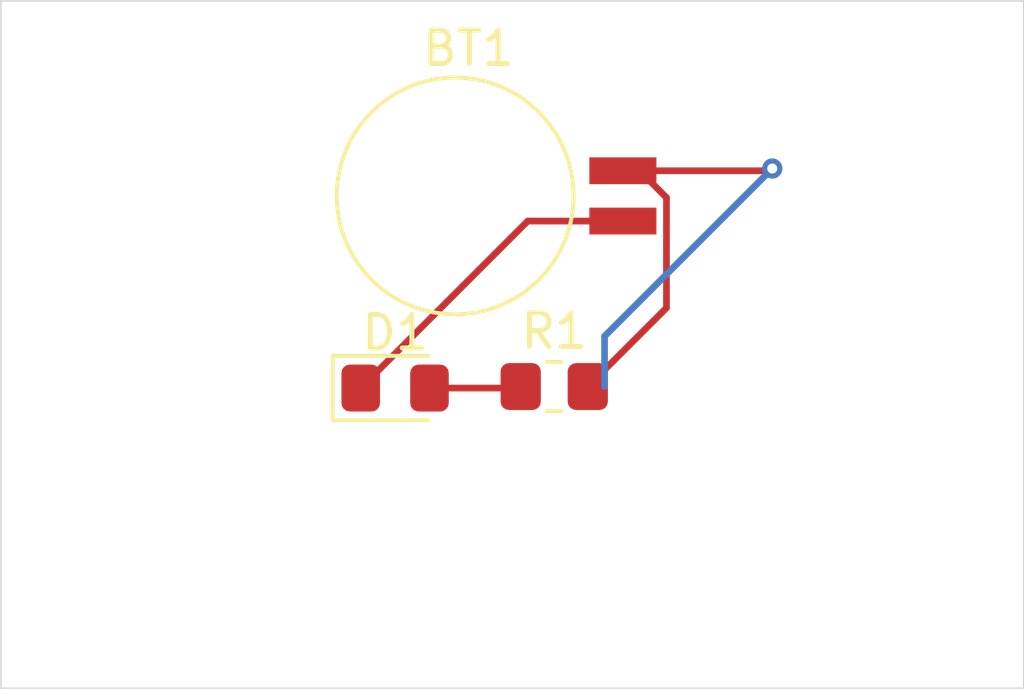
<source format=kicad_pcb>
(kicad_pcb (version 20240108) (generator "pcbnew") (generator_version "8.0")
  (title_block (title "PCB 1.0") (date "2024-10-08"))
  (layers (0 "F.Cu" signal) (31 "B.Cu" signal) (34 "B.Paste" user) (35 "F.Paste" user) (36 "B.SilkS" user "B.Silkscreen") (37 "F.SilkS" user "F.Silkscreen") (38 "B.Mask" user) (39 "F.Mask" user) (44 "Edge.Cuts" user))
  (net 0 "")
  (net 1 "Net-(BT1--)")
  (net 2 "Net-(BT1-+)")
  (net 3 "Net-(D1-A)")
  (footprint "Diode_SMD:D_0805_2012Metric_Pad1.15x1.40mm_HandSolder" (layer "F.Cu") (at 134.255 82.545)
    (property "Reference" "D1" (at 0 -1.65 0) (layer "F.SilkS"))
    (property "Value" "LED")
    (fp_line (start -1.86 -0.96) (end -1.86 0.96) (stroke (width 0.12)) (layer "F.SilkS"))
    (fp_line (start -1.86 0.96) (end 1 0.96) (stroke (width 0.12)) (layer "F.SilkS"))
    (fp_line (start 1 -0.96) (end -1.86 -0.96) (stroke (width 0.12)) (layer "F.SilkS"))
    (pad "1" smd roundrect (at -1.025 0) (size 1.15 1.4) (layers "F.Cu" "F.Paste" "F.Mask") (roundrect_rratio 0.217391) (net 1 "Net-(BT1--)"))
    (pad "2" smd roundrect (at 1.025 0) (size 1.15 1.4) (layers "F.Cu" "F.Paste" "F.Mask") (roundrect_rratio 0.217391) (net 3 "Net-(D1-A)"))
  )
  (footprint "Battery:BatteryHolder_Seiko_MS621F" (layer "F.Cu") (at 141.046204 76.816204)
    (property "Reference" "BT1" (at -4.6 -4.4 0) (layer "F.SilkS"))
    (property "Value" "Battery_Cell")
    (fp_circle (center -5 0) (end -1.47 0) (stroke (width 0.12)) (fill none) (layer "F.SilkS"))
    (pad "1" smd rect (at 0 -0.75) (size 2 0.8) (layers "F.Cu" "F.Paste" "F.Mask") (net 2 "Net-(BT1-+)"))
    (pad "2" smd rect (at 0 0.75) (size 2 0.8) (layers "F.Cu" "F.Paste" "F.Mask") (net 1 "Net-(BT1--)"))
  )
  (footprint "Resistor_SMD:R_0805_2012Metric_Pad1.20x1.40mm_HandSolder" (layer "F.Cu") (at 139 82.5)
    (property "Reference" "R1" (at 0 -1.65 0) (layer "F.SilkS"))
    (property "Value" "R")
    (fp_line (start -0.227064 -0.735) (end 0.227064 -0.735) (stroke (width 0.12)) (layer "F.SilkS"))
    (fp_line (start -0.227064 0.735) (end 0.227064 0.735) (stroke (width 0.12)) (layer "F.SilkS"))
    (pad "1" smd roundrect (at -1 0) (size 1.2 1.4) (layers "F.Cu" "F.Paste" "F.Mask") (roundrect_rratio 0.208333) (net 3 "Net-(D1-A)"))
    (pad "2" smd roundrect (at 1 0) (size 1.2 1.4) (layers "F.Cu" "F.Paste" "F.Mask") (roundrect_rratio 0.208333) (net 2 "Net-(BT1-+)"))
  )
  (gr_rect (start 122.5 71) (end 153 91.5) (stroke (width 0.05)) (fill none) (layer "Edge.Cuts"))
  (segment (start 141.046204 77.566204) (end 138.208796 77.566204) (width 0.2) (layer "F.Cu") (net 1))
  (segment (start 138.208796 77.566204) (end 133.23 82.545) (width 0.2) (layer "F.Cu") (net 1))
  (segment (start 142.346204 76.866204) (end 142.346204 80.153796) (width 0.2) (layer "F.Cu") (net 2))
  (segment (start 141.046204 76.066204) (end 145.433796 76.066204) (width 0.2) (layer "F.Cu") (net 2))
  (segment (start 145.433796 76.066204) (end 145.5 76) (width 0.2) (layer "F.Cu") (net 2))
  (segment (start 141.046204 76.066204) (end 141.546204 76.066204) (width 0.2) (layer "F.Cu") (net 2))
  (segment (start 142.346204 80.153796) (end 140 82.5) (width 0.2) (layer "F.Cu") (net 2))
  (segment (start 141.546204 76.066204) (end 142.346204 76.866204) (width 0.2) (layer "F.Cu") (net 2))
  (via (at 145.5 76) (size 0.6) (drill 0.3) (layers "F.Cu" "B.Cu") (net 2))
  (segment (start 140.5 81) (end 140.5 82.5) (width 0.2) (layer "B.Cu") (net 2))
  (segment (start 145.5 76) (end 140.5 81) (width 0.2) (layer "B.Cu") (net 2))
  (segment (start 137.955 82.545) (end 138 82.5) (width 0.2) (layer "F.Cu") (net 3))
  (segment (start 135.28 82.545) (end 137.955 82.545) (width 0.2) (layer "F.Cu") (net 3))
)
</source>
